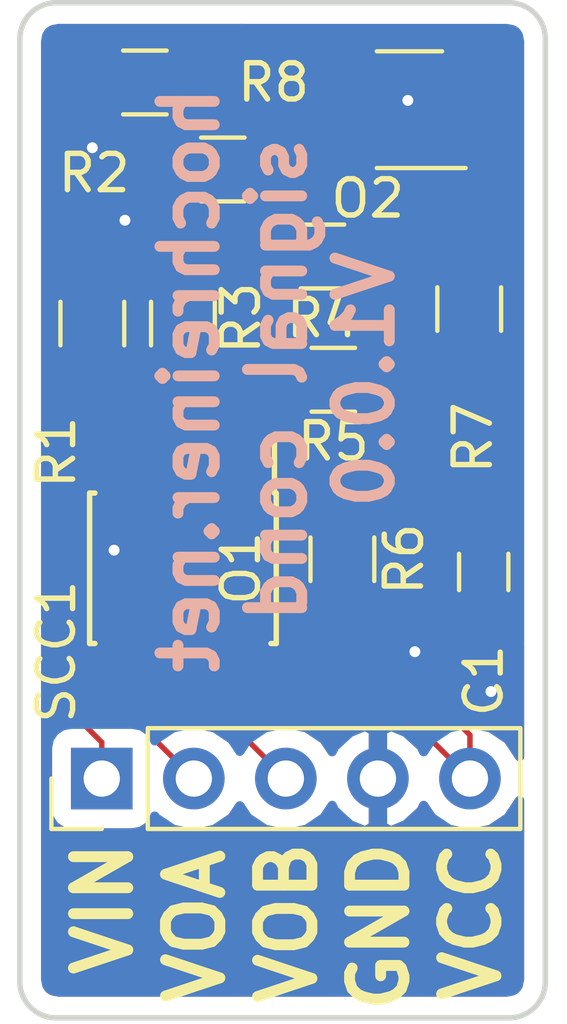
<source format=kicad_pcb>
(kicad_pcb (version 4) (host pcbnew 4.0.6)

  (general
    (links 26)
    (no_connects 0)
    (area 144.924999 97.625 164.066667 130.335714)
    (thickness 1.6)
    (drawings 14)
    (tracks 112)
    (zones 0)
    (modules 12)
    (nets 11)
  )

  (page A4)
  (layers
    (0 F.Cu signal)
    (31 B.Cu signal)
    (32 B.Adhes user hide)
    (33 F.Adhes user hide)
    (34 B.Paste user hide)
    (35 F.Paste user hide)
    (36 B.SilkS user)
    (37 F.SilkS user)
    (38 B.Mask user)
    (39 F.Mask user)
    (40 Dwgs.User user hide)
    (41 Cmts.User user hide)
    (42 Eco1.User user hide)
    (43 Eco2.User user hide)
    (44 Edge.Cuts user)
    (45 Margin user hide)
    (46 B.CrtYd user)
    (47 F.CrtYd user)
    (48 B.Fab user)
    (49 F.Fab user hide)
  )

  (setup
    (last_trace_width 0.15)
    (trace_clearance 0.15)
    (zone_clearance 0.508)
    (zone_45_only no)
    (trace_min 0.1)
    (segment_width 0.2)
    (edge_width 0.15)
    (via_size 0.6)
    (via_drill 0.3)
    (via_min_size 0.45)
    (via_min_drill 0.2)
    (uvia_size 0.3)
    (uvia_drill 0.1)
    (uvias_allowed no)
    (uvia_min_size 0.2)
    (uvia_min_drill 0.1)
    (pcb_text_width 0.3)
    (pcb_text_size 1.5 1.5)
    (mod_edge_width 0.15)
    (mod_text_size 1 1)
    (mod_text_width 0.15)
    (pad_size 1.524 1.524)
    (pad_drill 0.762)
    (pad_to_mask_clearance 0.2)
    (aux_axis_origin 0 0)
    (visible_elements FFFFFF7F)
    (pcbplotparams
      (layerselection 0x00030_80000001)
      (usegerberextensions false)
      (excludeedgelayer true)
      (linewidth 0.100000)
      (plotframeref false)
      (viasonmask false)
      (mode 1)
      (useauxorigin false)
      (hpglpennumber 1)
      (hpglpenspeed 20)
      (hpglpendiameter 15)
      (hpglpenoverlay 2)
      (psnegative false)
      (psa4output false)
      (plotreference true)
      (plotvalue true)
      (plotinvisibletext false)
      (padsonsilk false)
      (subtractmaskfromsilk false)
      (outputformat 1)
      (mirror false)
      (drillshape 1)
      (scaleselection 1)
      (outputdirectory ""))
  )

  (net 0 "")
  (net 1 "Net-(C1-Pad1)")
  (net 2 GND)
  (net 3 /VOUTA)
  (net 4 "Net-(O1-Pad2)")
  (net 5 "Net-(O1-Pad3)")
  (net 6 /VREF)
  (net 7 "Net-(O1-Pad6)")
  (net 8 /VOUTB)
  (net 9 VCC)
  (net 10 "Net-(R2-Pad2)")

  (net_class Default "This is the default net class."
    (clearance 0.15)
    (trace_width 0.15)
    (via_dia 0.6)
    (via_drill 0.3)
    (uvia_dia 0.3)
    (uvia_drill 0.1)
    (add_net /VOUTA)
    (add_net /VOUTB)
    (add_net /VREF)
    (add_net GND)
    (add_net "Net-(C1-Pad1)")
    (add_net "Net-(O1-Pad2)")
    (add_net "Net-(O1-Pad3)")
    (add_net "Net-(O1-Pad6)")
    (add_net "Net-(R2-Pad2)")
    (add_net VCC)
  )

  (module Resistors_SMD:R_0603_HandSoldering (layer F.Cu) (tedit 58AAD9E8) (tstamp 598C18E4)
    (at 157.8 114.2 270)
    (descr "Resistor SMD 0603, hand soldering")
    (tags "resistor 0603")
    (path /5985754F)
    (attr smd)
    (fp_text reference C1 (at 3 0 270) (layer F.SilkS)
      (effects (font (size 1 1) (thickness 0.15)))
    )
    (fp_text value 0.1µF (at 0 1.55 270) (layer F.Fab)
      (effects (font (size 1 1) (thickness 0.15)))
    )
    (fp_text user %R (at 0 -1.45 270) (layer F.Fab)
      (effects (font (size 1 1) (thickness 0.15)))
    )
    (fp_line (start -0.8 0.4) (end -0.8 -0.4) (layer F.Fab) (width 0.1))
    (fp_line (start 0.8 0.4) (end -0.8 0.4) (layer F.Fab) (width 0.1))
    (fp_line (start 0.8 -0.4) (end 0.8 0.4) (layer F.Fab) (width 0.1))
    (fp_line (start -0.8 -0.4) (end 0.8 -0.4) (layer F.Fab) (width 0.1))
    (fp_line (start 0.5 0.68) (end -0.5 0.68) (layer F.SilkS) (width 0.12))
    (fp_line (start -0.5 -0.68) (end 0.5 -0.68) (layer F.SilkS) (width 0.12))
    (fp_line (start -1.96 -0.7) (end 1.95 -0.7) (layer F.CrtYd) (width 0.05))
    (fp_line (start -1.96 -0.7) (end -1.96 0.7) (layer F.CrtYd) (width 0.05))
    (fp_line (start 1.95 0.7) (end 1.95 -0.7) (layer F.CrtYd) (width 0.05))
    (fp_line (start 1.95 0.7) (end -1.96 0.7) (layer F.CrtYd) (width 0.05))
    (pad 1 smd rect (at -1.1 0 270) (size 1.2 0.9) (layers F.Cu F.Paste F.Mask)
      (net 1 "Net-(C1-Pad1)"))
    (pad 2 smd rect (at 1.1 0 270) (size 1.2 0.9) (layers F.Cu F.Paste F.Mask)
      (net 2 GND))
    (model Resistors_SMD.3dshapes/R_0603.wrl
      (at (xyz 0 0 0))
      (scale (xyz 1 1 1))
      (rotate (xyz 0 0 0))
    )
  )

  (module Housings_SOIC:SOIC-8_3.9x4.9mm_Pitch1.27mm (layer F.Cu) (tedit 54130A77) (tstamp 598C1900)
    (at 149.5 114.1 270)
    (descr "8-Lead Plastic Small Outline (SN) - Narrow, 3.90 mm Body [SOIC] (see Microchip Packaging Specification 00000049BS.pdf)")
    (tags "SOIC 1.27")
    (path /59855773)
    (attr smd)
    (fp_text reference O1 (at 0 -1.6 270) (layer F.SilkS)
      (effects (font (size 1 1) (thickness 0.15)))
    )
    (fp_text value TI-OPA2301-SO-8 (at 0 3.5 270) (layer F.Fab)
      (effects (font (size 1 1) (thickness 0.15)))
    )
    (fp_line (start -0.95 -2.45) (end 1.95 -2.45) (layer F.Fab) (width 0.15))
    (fp_line (start 1.95 -2.45) (end 1.95 2.45) (layer F.Fab) (width 0.15))
    (fp_line (start 1.95 2.45) (end -1.95 2.45) (layer F.Fab) (width 0.15))
    (fp_line (start -1.95 2.45) (end -1.95 -1.45) (layer F.Fab) (width 0.15))
    (fp_line (start -1.95 -1.45) (end -0.95 -2.45) (layer F.Fab) (width 0.15))
    (fp_line (start -3.75 -2.75) (end -3.75 2.75) (layer F.CrtYd) (width 0.05))
    (fp_line (start 3.75 -2.75) (end 3.75 2.75) (layer F.CrtYd) (width 0.05))
    (fp_line (start -3.75 -2.75) (end 3.75 -2.75) (layer F.CrtYd) (width 0.05))
    (fp_line (start -3.75 2.75) (end 3.75 2.75) (layer F.CrtYd) (width 0.05))
    (fp_line (start -2.075 -2.575) (end -2.075 -2.525) (layer F.SilkS) (width 0.15))
    (fp_line (start 2.075 -2.575) (end 2.075 -2.43) (layer F.SilkS) (width 0.15))
    (fp_line (start 2.075 2.575) (end 2.075 2.43) (layer F.SilkS) (width 0.15))
    (fp_line (start -2.075 2.575) (end -2.075 2.43) (layer F.SilkS) (width 0.15))
    (fp_line (start -2.075 -2.575) (end 2.075 -2.575) (layer F.SilkS) (width 0.15))
    (fp_line (start -2.075 2.575) (end 2.075 2.575) (layer F.SilkS) (width 0.15))
    (fp_line (start -2.075 -2.525) (end -3.475 -2.525) (layer F.SilkS) (width 0.15))
    (pad 1 smd rect (at -2.7 -1.905 270) (size 1.55 0.6) (layers F.Cu F.Paste F.Mask)
      (net 3 /VOUTA))
    (pad 2 smd rect (at -2.7 -0.635 270) (size 1.55 0.6) (layers F.Cu F.Paste F.Mask)
      (net 4 "Net-(O1-Pad2)"))
    (pad 3 smd rect (at -2.7 0.635 270) (size 1.55 0.6) (layers F.Cu F.Paste F.Mask)
      (net 5 "Net-(O1-Pad3)"))
    (pad 4 smd rect (at -2.7 1.905 270) (size 1.55 0.6) (layers F.Cu F.Paste F.Mask)
      (net 2 GND))
    (pad 5 smd rect (at 2.7 1.905 270) (size 1.55 0.6) (layers F.Cu F.Paste F.Mask)
      (net 6 /VREF))
    (pad 6 smd rect (at 2.7 0.635 270) (size 1.55 0.6) (layers F.Cu F.Paste F.Mask)
      (net 7 "Net-(O1-Pad6)"))
    (pad 7 smd rect (at 2.7 -0.635 270) (size 1.55 0.6) (layers F.Cu F.Paste F.Mask)
      (net 8 /VOUTB))
    (pad 8 smd rect (at 2.7 -1.905 270) (size 1.55 0.6) (layers F.Cu F.Paste F.Mask)
      (net 9 VCC))
    (model Housings_SOIC.3dshapes/SOIC-8_3.9x4.9mm_Pitch1.27mm.wrl
      (at (xyz 0 0 0))
      (scale (xyz 1 1 1))
      (rotate (xyz 0 0 0))
    )
  )

  (module TO_SOT_Packages_SMD:SOT-23-5_HandSoldering (layer F.Cu) (tedit 583F3A3F) (tstamp 598C1914)
    (at 155.75 101.45 180)
    (descr "5-pin SOT23 package")
    (tags "SOT-23-5 hand-soldering")
    (path /5985726A)
    (attr smd)
    (fp_text reference O2 (at 1.15 -2.45 180) (layer F.SilkS)
      (effects (font (size 1 1) (thickness 0.15)))
    )
    (fp_text value TI-OPA335-SOT23-5 (at 0 2.9 180) (layer F.Fab)
      (effects (font (size 1 1) (thickness 0.15)))
    )
    (fp_line (start -0.9 1.61) (end 0.9 1.61) (layer F.SilkS) (width 0.12))
    (fp_line (start 0.9 -1.61) (end -1.55 -1.61) (layer F.SilkS) (width 0.12))
    (fp_line (start -0.9 -0.9) (end -0.25 -1.55) (layer F.Fab) (width 0.1))
    (fp_line (start 0.9 -1.55) (end -0.25 -1.55) (layer F.Fab) (width 0.1))
    (fp_line (start -0.9 -0.9) (end -0.9 1.55) (layer F.Fab) (width 0.1))
    (fp_line (start 0.9 1.55) (end -0.9 1.55) (layer F.Fab) (width 0.1))
    (fp_line (start 0.9 -1.55) (end 0.9 1.55) (layer F.Fab) (width 0.1))
    (fp_line (start -2.38 -1.8) (end 2.38 -1.8) (layer F.CrtYd) (width 0.05))
    (fp_line (start -2.38 -1.8) (end -2.38 1.8) (layer F.CrtYd) (width 0.05))
    (fp_line (start 2.38 1.8) (end 2.38 -1.8) (layer F.CrtYd) (width 0.05))
    (fp_line (start 2.38 1.8) (end -2.38 1.8) (layer F.CrtYd) (width 0.05))
    (pad 1 smd rect (at -1.35 -0.95 180) (size 1.56 0.65) (layers F.Cu F.Paste F.Mask)
      (net 6 /VREF))
    (pad 2 smd rect (at -1.35 0 180) (size 1.56 0.65) (layers F.Cu F.Paste F.Mask)
      (net 2 GND))
    (pad 3 smd rect (at -1.35 0.95 180) (size 1.56 0.65) (layers F.Cu F.Paste F.Mask)
      (net 1 "Net-(C1-Pad1)"))
    (pad 4 smd rect (at 1.35 0.95 180) (size 1.56 0.65) (layers F.Cu F.Paste F.Mask)
      (net 6 /VREF))
    (pad 5 smd rect (at 1.35 -0.95 180) (size 1.56 0.65) (layers F.Cu F.Paste F.Mask)
      (net 9 VCC))
    (model TO_SOT_Packages_SMD.3dshapes\SOT-23-5.wrl
      (at (xyz 0 0 0))
      (scale (xyz 1 1 1))
      (rotate (xyz 0 0 0))
    )
  )

  (module Resistors_SMD:R_0805_HandSoldering (layer F.Cu) (tedit 58AADA1D) (tstamp 598C1925)
    (at 147 107.35 90)
    (descr "Resistor SMD 0805, hand soldering")
    (tags "resistor 0805")
    (path /5985593A)
    (attr smd)
    (fp_text reference R1 (at -3.55 -1 90) (layer F.SilkS)
      (effects (font (size 1 1) (thickness 0.15)))
    )
    (fp_text value 20k (at 0 1.75 90) (layer F.Fab)
      (effects (font (size 1 1) (thickness 0.15)))
    )
    (fp_text user %R (at 0 -1.7 90) (layer F.Fab)
      (effects (font (size 1 1) (thickness 0.15)))
    )
    (fp_line (start -1 0.62) (end -1 -0.62) (layer F.Fab) (width 0.1))
    (fp_line (start 1 0.62) (end -1 0.62) (layer F.Fab) (width 0.1))
    (fp_line (start 1 -0.62) (end 1 0.62) (layer F.Fab) (width 0.1))
    (fp_line (start -1 -0.62) (end 1 -0.62) (layer F.Fab) (width 0.1))
    (fp_line (start 0.6 0.88) (end -0.6 0.88) (layer F.SilkS) (width 0.12))
    (fp_line (start -0.6 -0.88) (end 0.6 -0.88) (layer F.SilkS) (width 0.12))
    (fp_line (start -2.35 -0.9) (end 2.35 -0.9) (layer F.CrtYd) (width 0.05))
    (fp_line (start -2.35 -0.9) (end -2.35 0.9) (layer F.CrtYd) (width 0.05))
    (fp_line (start 2.35 0.9) (end 2.35 -0.9) (layer F.CrtYd) (width 0.05))
    (fp_line (start 2.35 0.9) (end -2.35 0.9) (layer F.CrtYd) (width 0.05))
    (pad 1 smd rect (at -1.35 0 90) (size 1.5 1.3) (layers F.Cu F.Paste F.Mask)
      (net 5 "Net-(O1-Pad3)"))
    (pad 2 smd rect (at 1.35 0 90) (size 1.5 1.3) (layers F.Cu F.Paste F.Mask)
      (net 2 GND))
    (model Resistors_SMD.3dshapes/R_0805.wrl
      (at (xyz 0 0 0))
      (scale (xyz 1 1 1))
      (rotate (xyz 0 0 0))
    )
  )

  (module Resistors_SMD:R_0805_HandSoldering (layer F.Cu) (tedit 58AADA1D) (tstamp 598C1936)
    (at 150.6 103.1 180)
    (descr "Resistor SMD 0805, hand soldering")
    (tags "resistor 0805")
    (path /59855841)
    (attr smd)
    (fp_text reference R2 (at 3.55 -0.1 180) (layer F.SilkS)
      (effects (font (size 1 1) (thickness 0.15)))
    )
    (fp_text value 20k (at 0 1.75 180) (layer F.Fab)
      (effects (font (size 1 1) (thickness 0.15)))
    )
    (fp_text user %R (at 0 -1.7 180) (layer F.Fab)
      (effects (font (size 1 1) (thickness 0.15)))
    )
    (fp_line (start -1 0.62) (end -1 -0.62) (layer F.Fab) (width 0.1))
    (fp_line (start 1 0.62) (end -1 0.62) (layer F.Fab) (width 0.1))
    (fp_line (start 1 -0.62) (end 1 0.62) (layer F.Fab) (width 0.1))
    (fp_line (start -1 -0.62) (end 1 -0.62) (layer F.Fab) (width 0.1))
    (fp_line (start 0.6 0.88) (end -0.6 0.88) (layer F.SilkS) (width 0.12))
    (fp_line (start -0.6 -0.88) (end 0.6 -0.88) (layer F.SilkS) (width 0.12))
    (fp_line (start -2.35 -0.9) (end 2.35 -0.9) (layer F.CrtYd) (width 0.05))
    (fp_line (start -2.35 -0.9) (end -2.35 0.9) (layer F.CrtYd) (width 0.05))
    (fp_line (start 2.35 0.9) (end 2.35 -0.9) (layer F.CrtYd) (width 0.05))
    (fp_line (start 2.35 0.9) (end -2.35 0.9) (layer F.CrtYd) (width 0.05))
    (pad 1 smd rect (at -1.35 0 180) (size 1.5 1.3) (layers F.Cu F.Paste F.Mask)
      (net 4 "Net-(O1-Pad2)"))
    (pad 2 smd rect (at 1.35 0 180) (size 1.5 1.3) (layers F.Cu F.Paste F.Mask)
      (net 10 "Net-(R2-Pad2)"))
    (model Resistors_SMD.3dshapes/R_0805.wrl
      (at (xyz 0 0 0))
      (scale (xyz 1 1 1))
      (rotate (xyz 0 0 0))
    )
  )

  (module Resistors_SMD:R_0805_HandSoldering (layer F.Cu) (tedit 58AADA1D) (tstamp 598C1947)
    (at 149.5 107.35 270)
    (descr "Resistor SMD 0805, hand soldering")
    (tags "resistor 0805")
    (path /5985595B)
    (attr smd)
    (fp_text reference R3 (at -0.15 -1.6 270) (layer F.SilkS)
      (effects (font (size 1 1) (thickness 0.15)))
    )
    (fp_text value 1k (at 0 1.75 270) (layer F.Fab)
      (effects (font (size 1 1) (thickness 0.15)))
    )
    (fp_text user %R (at 0 -1.7 270) (layer F.Fab)
      (effects (font (size 1 1) (thickness 0.15)))
    )
    (fp_line (start -1 0.62) (end -1 -0.62) (layer F.Fab) (width 0.1))
    (fp_line (start 1 0.62) (end -1 0.62) (layer F.Fab) (width 0.1))
    (fp_line (start 1 -0.62) (end 1 0.62) (layer F.Fab) (width 0.1))
    (fp_line (start -1 -0.62) (end 1 -0.62) (layer F.Fab) (width 0.1))
    (fp_line (start 0.6 0.88) (end -0.6 0.88) (layer F.SilkS) (width 0.12))
    (fp_line (start -0.6 -0.88) (end 0.6 -0.88) (layer F.SilkS) (width 0.12))
    (fp_line (start -2.35 -0.9) (end 2.35 -0.9) (layer F.CrtYd) (width 0.05))
    (fp_line (start -2.35 -0.9) (end -2.35 0.9) (layer F.CrtYd) (width 0.05))
    (fp_line (start 2.35 0.9) (end 2.35 -0.9) (layer F.CrtYd) (width 0.05))
    (fp_line (start 2.35 0.9) (end -2.35 0.9) (layer F.CrtYd) (width 0.05))
    (pad 1 smd rect (at -1.35 0 270) (size 1.5 1.3) (layers F.Cu F.Paste F.Mask)
      (net 5 "Net-(O1-Pad3)"))
    (pad 2 smd rect (at 1.35 0 270) (size 1.5 1.3) (layers F.Cu F.Paste F.Mask)
      (net 6 /VREF))
    (model Resistors_SMD.3dshapes/R_0805.wrl
      (at (xyz 0 0 0))
      (scale (xyz 1 1 1))
      (rotate (xyz 0 0 0))
    )
  )

  (module Resistors_SMD:R_0805_HandSoldering (layer F.Cu) (tedit 58AADA1D) (tstamp 598C1958)
    (at 153.35 105.5 180)
    (descr "Resistor SMD 0805, hand soldering")
    (tags "resistor 0805")
    (path /59855886)
    (attr smd)
    (fp_text reference R4 (at 0 -1.7 180) (layer F.SilkS)
      (effects (font (size 1 1) (thickness 0.15)))
    )
    (fp_text value 1k (at 0 1.75 180) (layer F.Fab)
      (effects (font (size 1 1) (thickness 0.15)))
    )
    (fp_text user %R (at 0 -1.7 180) (layer F.Fab)
      (effects (font (size 1 1) (thickness 0.15)))
    )
    (fp_line (start -1 0.62) (end -1 -0.62) (layer F.Fab) (width 0.1))
    (fp_line (start 1 0.62) (end -1 0.62) (layer F.Fab) (width 0.1))
    (fp_line (start 1 -0.62) (end 1 0.62) (layer F.Fab) (width 0.1))
    (fp_line (start -1 -0.62) (end 1 -0.62) (layer F.Fab) (width 0.1))
    (fp_line (start 0.6 0.88) (end -0.6 0.88) (layer F.SilkS) (width 0.12))
    (fp_line (start -0.6 -0.88) (end 0.6 -0.88) (layer F.SilkS) (width 0.12))
    (fp_line (start -2.35 -0.9) (end 2.35 -0.9) (layer F.CrtYd) (width 0.05))
    (fp_line (start -2.35 -0.9) (end -2.35 0.9) (layer F.CrtYd) (width 0.05))
    (fp_line (start 2.35 0.9) (end 2.35 -0.9) (layer F.CrtYd) (width 0.05))
    (fp_line (start 2.35 0.9) (end -2.35 0.9) (layer F.CrtYd) (width 0.05))
    (pad 1 smd rect (at -1.35 0 180) (size 1.5 1.3) (layers F.Cu F.Paste F.Mask)
      (net 3 /VOUTA))
    (pad 2 smd rect (at 1.35 0 180) (size 1.5 1.3) (layers F.Cu F.Paste F.Mask)
      (net 4 "Net-(O1-Pad2)"))
    (model Resistors_SMD.3dshapes/R_0805.wrl
      (at (xyz 0 0 0))
      (scale (xyz 1 1 1))
      (rotate (xyz 0 0 0))
    )
  )

  (module Resistors_SMD:R_0805_HandSoldering (layer F.Cu) (tedit 58AADA1D) (tstamp 598C1969)
    (at 153.65 108.9 180)
    (descr "Resistor SMD 0805, hand soldering")
    (tags "resistor 0805")
    (path /59855AEB)
    (attr smd)
    (fp_text reference R5 (at 0 -1.7 180) (layer F.SilkS)
      (effects (font (size 1 1) (thickness 0.15)))
    )
    (fp_text value 10k (at 0 1.75 180) (layer F.Fab)
      (effects (font (size 1 1) (thickness 0.15)))
    )
    (fp_text user %R (at 0 -1.7 180) (layer F.Fab)
      (effects (font (size 1 1) (thickness 0.15)))
    )
    (fp_line (start -1 0.62) (end -1 -0.62) (layer F.Fab) (width 0.1))
    (fp_line (start 1 0.62) (end -1 0.62) (layer F.Fab) (width 0.1))
    (fp_line (start 1 -0.62) (end 1 0.62) (layer F.Fab) (width 0.1))
    (fp_line (start -1 -0.62) (end 1 -0.62) (layer F.Fab) (width 0.1))
    (fp_line (start 0.6 0.88) (end -0.6 0.88) (layer F.SilkS) (width 0.12))
    (fp_line (start -0.6 -0.88) (end 0.6 -0.88) (layer F.SilkS) (width 0.12))
    (fp_line (start -2.35 -0.9) (end 2.35 -0.9) (layer F.CrtYd) (width 0.05))
    (fp_line (start -2.35 -0.9) (end -2.35 0.9) (layer F.CrtYd) (width 0.05))
    (fp_line (start 2.35 0.9) (end 2.35 -0.9) (layer F.CrtYd) (width 0.05))
    (fp_line (start 2.35 0.9) (end -2.35 0.9) (layer F.CrtYd) (width 0.05))
    (pad 1 smd rect (at -1.35 0 180) (size 1.5 1.3) (layers F.Cu F.Paste F.Mask)
      (net 7 "Net-(O1-Pad6)"))
    (pad 2 smd rect (at 1.35 0 180) (size 1.5 1.3) (layers F.Cu F.Paste F.Mask)
      (net 3 /VOUTA))
    (model Resistors_SMD.3dshapes/R_0805.wrl
      (at (xyz 0 0 0))
      (scale (xyz 1 1 1))
      (rotate (xyz 0 0 0))
    )
  )

  (module Resistors_SMD:R_0805_HandSoldering (layer F.Cu) (tedit 58AADA1D) (tstamp 598C197A)
    (at 153.9 113.85 270)
    (descr "Resistor SMD 0805, hand soldering")
    (tags "resistor 0805")
    (path /59855B0E)
    (attr smd)
    (fp_text reference R6 (at 0 -1.7 270) (layer F.SilkS)
      (effects (font (size 1 1) (thickness 0.15)))
    )
    (fp_text value 10k (at 0 1.75 270) (layer F.Fab)
      (effects (font (size 1 1) (thickness 0.15)))
    )
    (fp_text user %R (at 0 -1.7 270) (layer F.Fab)
      (effects (font (size 1 1) (thickness 0.15)))
    )
    (fp_line (start -1 0.62) (end -1 -0.62) (layer F.Fab) (width 0.1))
    (fp_line (start 1 0.62) (end -1 0.62) (layer F.Fab) (width 0.1))
    (fp_line (start 1 -0.62) (end 1 0.62) (layer F.Fab) (width 0.1))
    (fp_line (start -1 -0.62) (end 1 -0.62) (layer F.Fab) (width 0.1))
    (fp_line (start 0.6 0.88) (end -0.6 0.88) (layer F.SilkS) (width 0.12))
    (fp_line (start -0.6 -0.88) (end 0.6 -0.88) (layer F.SilkS) (width 0.12))
    (fp_line (start -2.35 -0.9) (end 2.35 -0.9) (layer F.CrtYd) (width 0.05))
    (fp_line (start -2.35 -0.9) (end -2.35 0.9) (layer F.CrtYd) (width 0.05))
    (fp_line (start 2.35 0.9) (end 2.35 -0.9) (layer F.CrtYd) (width 0.05))
    (fp_line (start 2.35 0.9) (end -2.35 0.9) (layer F.CrtYd) (width 0.05))
    (pad 1 smd rect (at -1.35 0 270) (size 1.5 1.3) (layers F.Cu F.Paste F.Mask)
      (net 7 "Net-(O1-Pad6)"))
    (pad 2 smd rect (at 1.35 0 270) (size 1.5 1.3) (layers F.Cu F.Paste F.Mask)
      (net 8 /VOUTB))
    (model Resistors_SMD.3dshapes/R_0805.wrl
      (at (xyz 0 0 0))
      (scale (xyz 1 1 1))
      (rotate (xyz 0 0 0))
    )
  )

  (module Resistors_SMD:R_0805_HandSoldering (layer F.Cu) (tedit 58AADA1D) (tstamp 598C198B)
    (at 157.4 106.95 90)
    (descr "Resistor SMD 0805, hand soldering")
    (tags "resistor 0805")
    (path /598572CB)
    (attr smd)
    (fp_text reference R7 (at -3.55 0.1 90) (layer F.SilkS)
      (effects (font (size 1 1) (thickness 0.15)))
    )
    (fp_text value 10k (at 0 1.75 90) (layer F.Fab)
      (effects (font (size 1 1) (thickness 0.15)))
    )
    (fp_text user %R (at 0 -1.7 90) (layer F.Fab)
      (effects (font (size 1 1) (thickness 0.15)))
    )
    (fp_line (start -1 0.62) (end -1 -0.62) (layer F.Fab) (width 0.1))
    (fp_line (start 1 0.62) (end -1 0.62) (layer F.Fab) (width 0.1))
    (fp_line (start 1 -0.62) (end 1 0.62) (layer F.Fab) (width 0.1))
    (fp_line (start -1 -0.62) (end 1 -0.62) (layer F.Fab) (width 0.1))
    (fp_line (start 0.6 0.88) (end -0.6 0.88) (layer F.SilkS) (width 0.12))
    (fp_line (start -0.6 -0.88) (end 0.6 -0.88) (layer F.SilkS) (width 0.12))
    (fp_line (start -2.35 -0.9) (end 2.35 -0.9) (layer F.CrtYd) (width 0.05))
    (fp_line (start -2.35 -0.9) (end -2.35 0.9) (layer F.CrtYd) (width 0.05))
    (fp_line (start 2.35 0.9) (end 2.35 -0.9) (layer F.CrtYd) (width 0.05))
    (fp_line (start 2.35 0.9) (end -2.35 0.9) (layer F.CrtYd) (width 0.05))
    (pad 1 smd rect (at -1.35 0 90) (size 1.5 1.3) (layers F.Cu F.Paste F.Mask)
      (net 9 VCC))
    (pad 2 smd rect (at 1.35 0 90) (size 1.5 1.3) (layers F.Cu F.Paste F.Mask)
      (net 1 "Net-(C1-Pad1)"))
    (model Resistors_SMD.3dshapes/R_0805.wrl
      (at (xyz 0 0 0))
      (scale (xyz 1 1 1))
      (rotate (xyz 0 0 0))
    )
  )

  (module Resistors_SMD:R_0805_HandSoldering (layer F.Cu) (tedit 58AADA1D) (tstamp 598C199C)
    (at 148.45 100.7 180)
    (descr "Resistor SMD 0805, hand soldering")
    (tags "resistor 0805")
    (path /5985730A)
    (attr smd)
    (fp_text reference R8 (at -3.55 0 180) (layer F.SilkS)
      (effects (font (size 1 1) (thickness 0.15)))
    )
    (fp_text value 10k (at 0 1.75 180) (layer F.Fab)
      (effects (font (size 1 1) (thickness 0.15)))
    )
    (fp_text user %R (at 0 -1.7 180) (layer F.Fab)
      (effects (font (size 1 1) (thickness 0.15)))
    )
    (fp_line (start -1 0.62) (end -1 -0.62) (layer F.Fab) (width 0.1))
    (fp_line (start 1 0.62) (end -1 0.62) (layer F.Fab) (width 0.1))
    (fp_line (start 1 -0.62) (end 1 0.62) (layer F.Fab) (width 0.1))
    (fp_line (start -1 -0.62) (end 1 -0.62) (layer F.Fab) (width 0.1))
    (fp_line (start 0.6 0.88) (end -0.6 0.88) (layer F.SilkS) (width 0.12))
    (fp_line (start -0.6 -0.88) (end 0.6 -0.88) (layer F.SilkS) (width 0.12))
    (fp_line (start -2.35 -0.9) (end 2.35 -0.9) (layer F.CrtYd) (width 0.05))
    (fp_line (start -2.35 -0.9) (end -2.35 0.9) (layer F.CrtYd) (width 0.05))
    (fp_line (start 2.35 0.9) (end 2.35 -0.9) (layer F.CrtYd) (width 0.05))
    (fp_line (start 2.35 0.9) (end -2.35 0.9) (layer F.CrtYd) (width 0.05))
    (pad 1 smd rect (at -1.35 0 180) (size 1.5 1.3) (layers F.Cu F.Paste F.Mask)
      (net 1 "Net-(C1-Pad1)"))
    (pad 2 smd rect (at 1.35 0 180) (size 1.5 1.3) (layers F.Cu F.Paste F.Mask)
      (net 2 GND))
    (model Resistors_SMD.3dshapes/R_0805.wrl
      (at (xyz 0 0 0))
      (scale (xyz 1 1 1))
      (rotate (xyz 0 0 0))
    )
  )

  (module Pin_Headers:Pin_Header_Straight_1x05_Pitch2.54mm (layer F.Cu) (tedit 5862ED52) (tstamp 598C19B3)
    (at 147.26 119.9 90)
    (descr "Through hole straight pin header, 1x05, 2.54mm pitch, single row")
    (tags "Through hole pin header THT 1x05 2.54mm single row")
    (path /5985D83A)
    (fp_text reference SCC1 (at 3.5 -1.26 90) (layer F.SilkS)
      (effects (font (size 1 1) (thickness 0.15)))
    )
    (fp_text value SIGNAL-COND-CONNECTOR (at 0 12.55 90) (layer F.Fab)
      (effects (font (size 1 1) (thickness 0.15)))
    )
    (fp_line (start -1.27 -1.27) (end -1.27 11.43) (layer F.Fab) (width 0.1))
    (fp_line (start -1.27 11.43) (end 1.27 11.43) (layer F.Fab) (width 0.1))
    (fp_line (start 1.27 11.43) (end 1.27 -1.27) (layer F.Fab) (width 0.1))
    (fp_line (start 1.27 -1.27) (end -1.27 -1.27) (layer F.Fab) (width 0.1))
    (fp_line (start -1.39 1.27) (end -1.39 11.55) (layer F.SilkS) (width 0.12))
    (fp_line (start -1.39 11.55) (end 1.39 11.55) (layer F.SilkS) (width 0.12))
    (fp_line (start 1.39 11.55) (end 1.39 1.27) (layer F.SilkS) (width 0.12))
    (fp_line (start 1.39 1.27) (end -1.39 1.27) (layer F.SilkS) (width 0.12))
    (fp_line (start -1.39 0) (end -1.39 -1.39) (layer F.SilkS) (width 0.12))
    (fp_line (start -1.39 -1.39) (end 0 -1.39) (layer F.SilkS) (width 0.12))
    (fp_line (start -1.6 -1.6) (end -1.6 11.7) (layer F.CrtYd) (width 0.05))
    (fp_line (start -1.6 11.7) (end 1.6 11.7) (layer F.CrtYd) (width 0.05))
    (fp_line (start 1.6 11.7) (end 1.6 -1.6) (layer F.CrtYd) (width 0.05))
    (fp_line (start 1.6 -1.6) (end -1.6 -1.6) (layer F.CrtYd) (width 0.05))
    (pad 1 thru_hole rect (at 0 0 90) (size 1.7 1.7) (drill 1) (layers *.Cu *.Mask)
      (net 10 "Net-(R2-Pad2)"))
    (pad 2 thru_hole oval (at 0 2.54 90) (size 1.7 1.7) (drill 1) (layers *.Cu *.Mask)
      (net 3 /VOUTA))
    (pad 3 thru_hole oval (at 0 5.08 90) (size 1.7 1.7) (drill 1) (layers *.Cu *.Mask)
      (net 8 /VOUTB))
    (pad 4 thru_hole oval (at 0 7.62 90) (size 1.7 1.7) (drill 1) (layers *.Cu *.Mask)
      (net 2 GND))
    (pad 5 thru_hole oval (at 0 10.16 90) (size 1.7 1.7) (drill 1) (layers *.Cu *.Mask)
      (net 9 VCC))
    (model Pin_Headers.3dshapes/Pin_Header_Straight_1x05_Pitch2.54mm.wrl
      (at (xyz 0 -0.2 0))
      (scale (xyz 1 1 1))
      (rotate (xyz 0 0 90))
    )
  )

  (gr_text "hochreiner.net\nsignal cond\nV1.0.0" (at 152.1 108.9 90) (layer B.SilkS)
    (effects (font (size 1.5 1.5) (thickness 0.3)) (justify mirror))
  )
  (gr_arc (start 146 125.5) (end 146 126.5) (angle 90) (layer Edge.Cuts) (width 0.15))
  (gr_arc (start 158.5 125.5) (end 159.5 125.5) (angle 90) (layer Edge.Cuts) (width 0.15))
  (gr_arc (start 146 99.5) (end 145 99.5) (angle 90) (layer Edge.Cuts) (width 0.15))
  (gr_arc (start 158.5 99.5) (end 158.5 98.5) (angle 90) (layer Edge.Cuts) (width 0.15))
  (gr_line (start 145 125.5) (end 145 99.5) (layer Edge.Cuts) (width 0.15))
  (gr_line (start 158.5 126.5) (end 146 126.5) (layer Edge.Cuts) (width 0.15))
  (gr_line (start 159.5 99.5) (end 159.5 125.5) (layer Edge.Cuts) (width 0.15))
  (gr_line (start 146 98.5) (end 158.5 98.5) (layer Edge.Cuts) (width 0.15))
  (gr_text VCC (at 157.46 121.5 90) (layer F.SilkS)
    (effects (font (size 1.5 1.5) (thickness 0.3)) (justify right))
  )
  (gr_text GND (at 154.92 121.5 90) (layer F.SilkS)
    (effects (font (size 1.5 1.5) (thickness 0.3)) (justify right))
  )
  (gr_text VOB (at 152.38 121.5 90) (layer F.SilkS)
    (effects (font (size 1.5 1.5) (thickness 0.3)) (justify right))
  )
  (gr_text VOA (at 149.84 121.7 90) (layer F.SilkS)
    (effects (font (size 1.5 1.5) (thickness 0.3)) (justify right))
  )
  (gr_text VIN (at 147.3 121.5 90) (layer F.SilkS)
    (effects (font (size 1.5 1.5) (thickness 0.3)) (justify right))
  )

  (segment (start 151.95 99.45) (end 155.12 99.45) (width 0.15) (layer F.Cu) (net 1))
  (segment (start 155.12 99.45) (end 156.17 100.5) (width 0.15) (layer F.Cu) (net 1))
  (segment (start 156.17 100.5) (end 157.1 100.5) (width 0.15) (layer F.Cu) (net 1))
  (segment (start 149.8 100.7) (end 150.7 100.7) (width 0.15) (layer F.Cu) (net 1))
  (segment (start 150.7 100.7) (end 151.95 99.45) (width 0.15) (layer F.Cu) (net 1))
  (segment (start 158.55 100.75) (end 158.3 100.5) (width 0.15) (layer F.Cu) (net 1))
  (segment (start 158.3 100.5) (end 157.1 100.5) (width 0.15) (layer F.Cu) (net 1))
  (segment (start 158.55 103.55) (end 158.55 100.75) (width 0.15) (layer F.Cu) (net 1))
  (segment (start 157.4 105.6) (end 157.4 104.7) (width 0.15) (layer F.Cu) (net 1))
  (segment (start 157.4 104.7) (end 158.55 103.55) (width 0.15) (layer F.Cu) (net 1))
  (segment (start 157.8 113.1) (end 157.8 112.95) (width 0.15) (layer F.Cu) (net 1))
  (segment (start 157.8 112.95) (end 158.65 112.1) (width 0.15) (layer F.Cu) (net 1))
  (segment (start 158.65 112.1) (end 158.65 106.95) (width 0.15) (layer F.Cu) (net 1))
  (segment (start 158.65 106.95) (end 157.4 105.7) (width 0.15) (layer F.Cu) (net 1))
  (segment (start 157.4 105.7) (end 157.4 105.6) (width 0.15) (layer F.Cu) (net 1))
  (segment (start 157.1 100.5) (end 157.660002 100.5) (width 0.15) (layer F.Cu) (net 1))
  (segment (start 157.4 105.5) (end 157.4 105.6) (width 0.15) (layer F.Cu) (net 1))
  (segment (start 157.1 100.5) (end 156.645 100.5) (width 0.15) (layer F.Cu) (net 1))
  (segment (start 149.9 100.7) (end 149.8 100.7) (width 0.15) (layer F.Cu) (net 1))
  (segment (start 157.8 115.3) (end 157.8 117.3) (width 0.15) (layer F.Cu) (net 2))
  (segment (start 157.8 117.3) (end 158 117.5) (width 0.15) (layer F.Cu) (net 2))
  (via (at 158 117.5) (size 0.6) (drill 0.3) (layers F.Cu B.Cu) (net 2))
  (segment (start 147.1 100.7) (end 147.1 102.4) (width 0.15) (layer F.Cu) (net 2))
  (via (at 147 102.5) (size 0.6) (drill 0.3) (layers F.Cu B.Cu) (net 2))
  (segment (start 147.1 102.4) (end 147 102.5) (width 0.15) (layer F.Cu) (net 2))
  (segment (start 157.1 101.45) (end 155.962464 101.45) (width 0.15) (layer F.Cu) (net 2))
  (segment (start 155.962464 101.45) (end 155.706232 101.193768) (width 0.15) (layer F.Cu) (net 2))
  (via (at 155.706232 101.193768) (size 0.6) (drill 0.3) (layers F.Cu B.Cu) (net 2))
  (segment (start 154.88 119.9) (end 154.88 117.42) (width 0.15) (layer B.Cu) (net 2))
  (segment (start 154.88 117.42) (end 155.9 116.4) (width 0.15) (layer B.Cu) (net 2))
  (via (at 155.9 116.4) (size 0.6) (drill 0.3) (layers F.Cu B.Cu) (net 2))
  (segment (start 147.595 111.4) (end 147.595 113.595) (width 0.15) (layer F.Cu) (net 2))
  (segment (start 147.595 113.595) (end 147.6 113.6) (width 0.15) (layer F.Cu) (net 2))
  (via (at 147.6 113.6) (size 0.6) (drill 0.3) (layers F.Cu B.Cu) (net 2))
  (segment (start 147 106) (end 147 105.9) (width 0.15) (layer F.Cu) (net 2))
  (segment (start 147 105.9) (end 147.9 105) (width 0.15) (layer F.Cu) (net 2))
  (segment (start 147.9 105) (end 147.9 104.5) (width 0.15) (layer F.Cu) (net 2))
  (via (at 147.9 104.5) (size 0.6) (drill 0.3) (layers F.Cu B.Cu) (net 2))
  (segment (start 148.25 115.75) (end 148.25 118.35) (width 0.15) (layer F.Cu) (net 3))
  (segment (start 148.25 118.35) (end 149.8 119.9) (width 0.15) (layer F.Cu) (net 3))
  (segment (start 151.405 112.595) (end 148.25 115.75) (width 0.15) (layer F.Cu) (net 3))
  (segment (start 151.405 111.4) (end 151.405 112.595) (width 0.15) (layer F.Cu) (net 3))
  (segment (start 152.3 108.9) (end 152.3 107.8) (width 0.15) (layer F.Cu) (net 3))
  (segment (start 154.6 105.5) (end 154.7 105.5) (width 0.15) (layer F.Cu) (net 3))
  (segment (start 152.3 107.8) (end 154.6 105.5) (width 0.15) (layer F.Cu) (net 3))
  (segment (start 152.3 108.9) (end 152.3 110.955) (width 0.15) (layer F.Cu) (net 3))
  (segment (start 152.3 110.955) (end 151.855 111.4) (width 0.15) (layer F.Cu) (net 3))
  (segment (start 151.855 111.4) (end 151.405 111.4) (width 0.15) (layer F.Cu) (net 3))
  (segment (start 152 108.9) (end 152.1 108.9) (width 0.1) (layer F.Cu) (net 3))
  (segment (start 151.95 103.1) (end 151.95 105.45) (width 0.15) (layer F.Cu) (net 4))
  (segment (start 151.95 105.45) (end 152 105.5) (width 0.15) (layer F.Cu) (net 4))
  (segment (start 152 105.5) (end 152 106.3) (width 0.15) (layer F.Cu) (net 4))
  (segment (start 150.585 107.715) (end 150.585 110.475) (width 0.15) (layer F.Cu) (net 4))
  (segment (start 152 106.3) (end 150.585 107.715) (width 0.15) (layer F.Cu) (net 4))
  (segment (start 150.585 110.475) (end 150.135 110.925) (width 0.15) (layer F.Cu) (net 4))
  (segment (start 150.135 110.925) (end 150.135 111.4) (width 0.15) (layer F.Cu) (net 4))
  (segment (start 152 105.3) (end 152 105.5) (width 0.15) (layer F.Cu) (net 4))
  (segment (start 147 108.7) (end 147 108.6) (width 0.15) (layer F.Cu) (net 5))
  (segment (start 147 108.6) (end 149.5 106.1) (width 0.15) (layer F.Cu) (net 5))
  (segment (start 149.5 106.1) (end 149.5 106) (width 0.15) (layer F.Cu) (net 5))
  (segment (start 147 108.7) (end 147 109.06) (width 0.15) (layer F.Cu) (net 5))
  (segment (start 147 109.06) (end 148.865 110.925) (width 0.15) (layer F.Cu) (net 5))
  (segment (start 148.865 110.925) (end 148.865 111.4) (width 0.15) (layer F.Cu) (net 5))
  (segment (start 147.5 108.7) (end 147.5 108.1) (width 0.1) (layer F.Cu) (net 5))
  (segment (start 147.5 108.8) (end 147.5 108.7) (width 0.1) (layer F.Cu) (net 5))
  (segment (start 149.5 108.7) (end 149.5 107.8) (width 0.15) (layer F.Cu) (net 6))
  (segment (start 149.5 107.8) (end 150 107.3) (width 0.15) (layer F.Cu) (net 6))
  (segment (start 152.35 100.5) (end 154.4 100.5) (width 0.15) (layer F.Cu) (net 6))
  (segment (start 150 107.3) (end 150.3 107.3) (width 0.15) (layer F.Cu) (net 6))
  (segment (start 150.3 107.3) (end 150.65 106.95) (width 0.15) (layer F.Cu) (net 6))
  (segment (start 150.65 106.95) (end 150.65 102.2) (width 0.15) (layer F.Cu) (net 6))
  (segment (start 150.65 102.2) (end 152.35 100.5) (width 0.15) (layer F.Cu) (net 6))
  (segment (start 157.1 102.4) (end 156.17 102.4) (width 0.15) (layer F.Cu) (net 6))
  (segment (start 156.17 102.4) (end 154.4 100.63) (width 0.15) (layer F.Cu) (net 6))
  (segment (start 154.4 100.63) (end 154.4 100.5) (width 0.15) (layer F.Cu) (net 6))
  (segment (start 149.5 108.7) (end 149.5 113.791078) (width 0.15) (layer F.Cu) (net 6))
  (segment (start 149.5 113.791078) (end 147.595 115.696078) (width 0.15) (layer F.Cu) (net 6))
  (segment (start 147.595 115.696078) (end 147.595 115.875) (width 0.15) (layer F.Cu) (net 6))
  (segment (start 147.595 115.875) (end 147.595 116.8) (width 0.15) (layer F.Cu) (net 6))
  (segment (start 147.595 116.325) (end 147.595 116.8) (width 0.1) (layer F.Cu) (net 6))
  (segment (start 153.9 112.5) (end 152.69 112.5) (width 0.15) (layer F.Cu) (net 7))
  (segment (start 152.69 112.5) (end 148.865 116.325) (width 0.15) (layer F.Cu) (net 7))
  (segment (start 148.865 116.325) (end 148.865 116.8) (width 0.15) (layer F.Cu) (net 7))
  (segment (start 155 108.9) (end 155 112.2) (width 0.15) (layer F.Cu) (net 7))
  (segment (start 155 112.2) (end 154.7 112.5) (width 0.15) (layer F.Cu) (net 7))
  (segment (start 154.7 112.5) (end 153.9 112.5) (width 0.15) (layer F.Cu) (net 7))
  (segment (start 150.135 116.8) (end 150.135 115.875) (width 0.15) (layer F.Cu) (net 8))
  (segment (start 150.81 115.2) (end 153.1 115.2) (width 0.15) (layer F.Cu) (net 8))
  (segment (start 150.135 115.875) (end 150.81 115.2) (width 0.15) (layer F.Cu) (net 8))
  (segment (start 153.1 115.2) (end 153.9 115.2) (width 0.15) (layer F.Cu) (net 8))
  (segment (start 150.135 116.8) (end 150.135 117.695) (width 0.15) (layer F.Cu) (net 8))
  (segment (start 151.490001 119.050001) (end 152.34 119.9) (width 0.15) (layer F.Cu) (net 8))
  (segment (start 150.135 117.695) (end 151.490001 119.050001) (width 0.15) (layer F.Cu) (net 8))
  (segment (start 150.135 116.8) (end 150.135 116.325) (width 0.1) (layer F.Cu) (net 8))
  (segment (start 155.975 106.875) (end 157.4 108.3) (width 0.15) (layer F.Cu) (net 9))
  (segment (start 155.975 104.45) (end 155.975 106.875) (width 0.15) (layer F.Cu) (net 9))
  (segment (start 154.4 102.4) (end 154.4 102.875) (width 0.15) (layer F.Cu) (net 9))
  (segment (start 154.4 102.875) (end 155.975 104.45) (width 0.15) (layer F.Cu) (net 9))
  (segment (start 157.4 108.3) (end 157.4 108.2) (width 0.15) (layer F.Cu) (net 9))
  (segment (start 157.4 108.3) (end 157.4 111.644998) (width 0.15) (layer F.Cu) (net 9))
  (segment (start 157.4 111.644998) (end 156.724999 112.319999) (width 0.15) (layer F.Cu) (net 9))
  (segment (start 156.724999 112.319999) (end 156.724999 118.002918) (width 0.15) (layer F.Cu) (net 9))
  (segment (start 156.724999 118.002918) (end 157.42 118.697919) (width 0.15) (layer F.Cu) (net 9))
  (segment (start 157.42 118.697919) (end 157.42 119.9) (width 0.15) (layer F.Cu) (net 9))
  (segment (start 151.405 116.8) (end 154.32 116.8) (width 0.15) (layer F.Cu) (net 9))
  (segment (start 154.32 116.8) (end 157.42 119.9) (width 0.15) (layer F.Cu) (net 9))
  (segment (start 151.405 116.8) (end 151.405 117.275) (width 0.1) (layer F.Cu) (net 9))
  (segment (start 149.25 103.1) (end 147.7 103.1) (width 0.15) (layer F.Cu) (net 10))
  (segment (start 147.7 103.1) (end 146 104.8) (width 0.15) (layer F.Cu) (net 10))
  (segment (start 146 104.8) (end 146 117.64) (width 0.15) (layer F.Cu) (net 10))
  (segment (start 147.26 118.9) (end 147.26 119.9) (width 0.15) (layer F.Cu) (net 10))
  (segment (start 146 117.64) (end 147.26 118.9) (width 0.15) (layer F.Cu) (net 10))

  (zone (net 2) (net_name GND) (layer F.Cu) (tstamp 0) (hatch edge 0.508)
    (connect_pads (clearance 0.508))
    (min_thickness 0.254)
    (fill yes (arc_segments 16) (thermal_gap 0.508) (thermal_bridge_width 0.508))
    (polygon
      (pts
        (xy 145 126.5) (xy 159.5 126.5) (xy 159.5 98.5) (xy 145 98.5)
      )
    )
    (filled_polygon
      (pts
        (xy 155.065094 118.549186) (xy 155.007 118.579845) (xy 155.007 119.773) (xy 155.027 119.773) (xy 155.027 120.027)
        (xy 155.007 120.027) (xy 155.007 121.220155) (xy 155.23689 121.341476) (xy 155.646924 121.171645) (xy 156.075183 120.781358)
        (xy 156.142298 120.638447) (xy 156.369946 120.979147) (xy 156.851715 121.301054) (xy 157.42 121.414093) (xy 157.988285 121.301054)
        (xy 158.470054 120.979147) (xy 158.79 120.500313) (xy 158.79 125.43007) (xy 158.755074 125.605655) (xy 158.695225 125.695226)
        (xy 158.605655 125.755074) (xy 158.43007 125.79) (xy 146.06993 125.79) (xy 145.894345 125.755074) (xy 145.804774 125.695225)
        (xy 145.744926 125.605655) (xy 145.71 125.43007) (xy 145.71 118.354092) (xy 145.951764 118.595856) (xy 145.813569 118.79811)
        (xy 145.76256 119.05) (xy 145.76256 120.75) (xy 145.806838 120.985317) (xy 145.94591 121.201441) (xy 146.15811 121.346431)
        (xy 146.41 121.39744) (xy 148.11 121.39744) (xy 148.345317 121.353162) (xy 148.561441 121.21409) (xy 148.706431 121.00189)
        (xy 148.720086 120.934459) (xy 148.749946 120.979147) (xy 149.231715 121.301054) (xy 149.8 121.414093) (xy 150.368285 121.301054)
        (xy 150.850054 120.979147) (xy 151.07 120.649974) (xy 151.289946 120.979147) (xy 151.771715 121.301054) (xy 152.34 121.414093)
        (xy 152.908285 121.301054) (xy 153.390054 120.979147) (xy 153.617702 120.638447) (xy 153.684817 120.781358) (xy 154.113076 121.171645)
        (xy 154.52311 121.341476) (xy 154.753 121.220155) (xy 154.753 120.027) (xy 154.733 120.027) (xy 154.733 119.773)
        (xy 154.753 119.773) (xy 154.753 118.579845) (xy 154.52311 118.458524) (xy 154.113076 118.628355) (xy 153.684817 119.018642)
        (xy 153.617702 119.161553) (xy 153.390054 118.820853) (xy 152.908285 118.498946) (xy 152.34 118.385907) (xy 151.914614 118.470522)
        (xy 151.666532 118.22244) (xy 151.705 118.22244) (xy 151.940317 118.178162) (xy 152.156441 118.03909) (xy 152.301431 117.82689)
        (xy 152.35244 117.575) (xy 152.35244 117.51) (xy 154.025908 117.51)
      )
    )
    (filled_polygon
      (pts
        (xy 157.927 115.173) (xy 157.947 115.173) (xy 157.947 115.427) (xy 157.927 115.427) (xy 157.927 116.37625)
        (xy 158.08575 116.535) (xy 158.37631 116.535) (xy 158.609699 116.438327) (xy 158.788327 116.259698) (xy 158.79 116.255659)
        (xy 158.79 119.299687) (xy 158.470054 118.820853) (xy 158.106077 118.577652) (xy 158.075954 118.426214) (xy 157.922046 118.195873)
        (xy 157.434999 117.708826) (xy 157.434999 116.535) (xy 157.51425 116.535) (xy 157.673 116.37625) (xy 157.673 115.427)
        (xy 157.653 115.427) (xy 157.653 115.173) (xy 157.673 115.173) (xy 157.673 115.153) (xy 157.927 115.153)
      )
    )
    (filled_polygon
      (pts
        (xy 156.49811 109.646431) (xy 156.69 109.68529) (xy 156.69 111.350906) (xy 156.222953 111.817953) (xy 156.069045 112.048294)
        (xy 156.014999 112.319999) (xy 156.014999 117.490907) (xy 154.96295 116.438858) (xy 155.001441 116.41409) (xy 155.146431 116.20189)
        (xy 155.19744 115.95) (xy 155.19744 114.45) (xy 155.153162 114.214683) (xy 155.01409 113.998559) (xy 154.80189 113.853569)
        (xy 154.788803 113.850919) (xy 155.001441 113.71409) (xy 155.146431 113.50189) (xy 155.19744 113.25) (xy 155.19744 113.005124)
        (xy 155.202046 113.002046) (xy 155.502046 112.702046) (xy 155.655954 112.471705) (xy 155.71 112.2) (xy 155.71 110.19744)
        (xy 155.75 110.19744) (xy 155.985317 110.153162) (xy 156.201441 110.01409) (xy 156.346431 109.80189) (xy 156.392522 109.574286)
      )
    )
    (filled_polygon
      (pts
        (xy 147.722 111.273) (xy 147.742 111.273) (xy 147.742 111.527) (xy 147.722 111.527) (xy 147.722 112.65125)
        (xy 147.88075 112.81) (xy 148.02131 112.81) (xy 148.238122 112.720194) (xy 148.31311 112.771431) (xy 148.565 112.82244)
        (xy 148.79 112.82244) (xy 148.79 113.496986) (xy 147.092954 115.194032) (xy 146.939046 115.424373) (xy 146.921916 115.510488)
        (xy 146.843559 115.56091) (xy 146.71 115.75638) (xy 146.71 112.42202) (xy 146.756673 112.534698) (xy 146.935301 112.713327)
        (xy 147.16869 112.81) (xy 147.30925 112.81) (xy 147.468 112.65125) (xy 147.468 111.527) (xy 147.448 111.527)
        (xy 147.448 111.273) (xy 147.468 111.273) (xy 147.468 111.253) (xy 147.722 111.253)
      )
    )
    (filled_polygon
      (pts
        (xy 147.127 105.873) (xy 147.147 105.873) (xy 147.147 106.127) (xy 147.127 106.127) (xy 147.127 106.147)
        (xy 146.873 106.147) (xy 146.873 106.127) (xy 146.853 106.127) (xy 146.853 105.873) (xy 146.873 105.873)
        (xy 146.873 105.853) (xy 147.127 105.853)
      )
    )
    (filled_polygon
      (pts
        (xy 147.896838 103.985317) (xy 148.03591 104.201441) (xy 148.24811 104.346431) (xy 148.5 104.39744) (xy 149.94 104.39744)
        (xy 149.94 104.60256) (xy 148.85 104.60256) (xy 148.614683 104.646838) (xy 148.398559 104.78591) (xy 148.253569 104.99811)
        (xy 148.246809 105.031491) (xy 148.188327 104.890302) (xy 148.009699 104.711673) (xy 147.77631 104.615) (xy 147.28575 104.615)
        (xy 147.127002 104.773748) (xy 147.127002 104.67709) (xy 147.884476 103.919616)
      )
    )
    (filled_polygon
      (pts
        (xy 150.885328 99.51058) (xy 150.80189 99.453569) (xy 150.55 99.40256) (xy 149.05 99.40256) (xy 148.814683 99.446838)
        (xy 148.598559 99.58591) (xy 148.453569 99.79811) (xy 148.446809 99.83149) (xy 148.388327 99.690301) (xy 148.209698 99.511673)
        (xy 147.976309 99.415) (xy 147.38575 99.415) (xy 147.227 99.57375) (xy 147.227 100.573) (xy 147.247 100.573)
        (xy 147.247 100.827) (xy 147.227 100.827) (xy 147.227 101.82625) (xy 147.38575 101.985) (xy 147.976309 101.985)
        (xy 148.183061 101.899361) (xy 148.048559 101.98591) (xy 147.903569 102.19811) (xy 147.86471 102.39) (xy 147.7 102.39)
        (xy 147.428295 102.444046) (xy 147.197954 102.597954) (xy 145.71 104.085908) (xy 145.71 100.98575) (xy 145.715 100.98575)
        (xy 145.715 101.47631) (xy 145.811673 101.709699) (xy 145.990302 101.888327) (xy 146.223691 101.985) (xy 146.81425 101.985)
        (xy 146.973 101.82625) (xy 146.973 100.827) (xy 145.87375 100.827) (xy 145.715 100.98575) (xy 145.71 100.98575)
        (xy 145.71 99.92369) (xy 145.715 99.92369) (xy 145.715 100.41425) (xy 145.87375 100.573) (xy 146.973 100.573)
        (xy 146.973 99.57375) (xy 146.81425 99.415) (xy 146.223691 99.415) (xy 145.990302 99.511673) (xy 145.811673 99.690301)
        (xy 145.715 99.92369) (xy 145.71 99.92369) (xy 145.71 99.56993) (xy 145.744926 99.394345) (xy 145.804774 99.304775)
        (xy 145.894345 99.244926) (xy 146.06993 99.21) (xy 151.185908 99.21)
      )
    )
  )
  (zone (net 2) (net_name GND) (layer B.Cu) (tstamp 598C1DC7) (hatch edge 0.508)
    (connect_pads (clearance 0.508))
    (min_thickness 0.254)
    (fill yes (arc_segments 16) (thermal_gap 0.508) (thermal_bridge_width 0.508))
    (polygon
      (pts
        (xy 145 98.5) (xy 159.5 98.5) (xy 159.5 126.5) (xy 145 126.5)
      )
    )
    (filled_polygon
      (pts
        (xy 158.605655 99.244926) (xy 158.695225 99.304774) (xy 158.755074 99.394345) (xy 158.79 99.56993) (xy 158.79 119.299687)
        (xy 158.470054 118.820853) (xy 157.988285 118.498946) (xy 157.42 118.385907) (xy 156.851715 118.498946) (xy 156.369946 118.820853)
        (xy 156.142298 119.161553) (xy 156.075183 119.018642) (xy 155.646924 118.628355) (xy 155.23689 118.458524) (xy 155.007 118.579845)
        (xy 155.007 119.773) (xy 155.027 119.773) (xy 155.027 120.027) (xy 155.007 120.027) (xy 155.007 121.220155)
        (xy 155.23689 121.341476) (xy 155.646924 121.171645) (xy 156.075183 120.781358) (xy 156.142298 120.638447) (xy 156.369946 120.979147)
        (xy 156.851715 121.301054) (xy 157.42 121.414093) (xy 157.988285 121.301054) (xy 158.470054 120.979147) (xy 158.79 120.500313)
        (xy 158.79 125.43007) (xy 158.755074 125.605655) (xy 158.695225 125.695226) (xy 158.605655 125.755074) (xy 158.43007 125.79)
        (xy 146.06993 125.79) (xy 145.894345 125.755074) (xy 145.804774 125.695225) (xy 145.744926 125.605655) (xy 145.71 125.43007)
        (xy 145.71 119.05) (xy 145.76256 119.05) (xy 145.76256 120.75) (xy 145.806838 120.985317) (xy 145.94591 121.201441)
        (xy 146.15811 121.346431) (xy 146.41 121.39744) (xy 148.11 121.39744) (xy 148.345317 121.353162) (xy 148.561441 121.21409)
        (xy 148.706431 121.00189) (xy 148.720086 120.934459) (xy 148.749946 120.979147) (xy 149.231715 121.301054) (xy 149.8 121.414093)
        (xy 150.368285 121.301054) (xy 150.850054 120.979147) (xy 151.07 120.649974) (xy 151.289946 120.979147) (xy 151.771715 121.301054)
        (xy 152.34 121.414093) (xy 152.908285 121.301054) (xy 153.390054 120.979147) (xy 153.617702 120.638447) (xy 153.684817 120.781358)
        (xy 154.113076 121.171645) (xy 154.52311 121.341476) (xy 154.753 121.220155) (xy 154.753 120.027) (xy 154.733 120.027)
        (xy 154.733 119.773) (xy 154.753 119.773) (xy 154.753 118.579845) (xy 154.52311 118.458524) (xy 154.113076 118.628355)
        (xy 153.684817 119.018642) (xy 153.617702 119.161553) (xy 153.390054 118.820853) (xy 152.908285 118.498946) (xy 152.34 118.385907)
        (xy 151.771715 118.498946) (xy 151.289946 118.820853) (xy 151.07 119.150026) (xy 150.850054 118.820853) (xy 150.368285 118.498946)
        (xy 149.8 118.385907) (xy 149.231715 118.498946) (xy 148.749946 118.820853) (xy 148.72215 118.862452) (xy 148.713162 118.814683)
        (xy 148.57409 118.598559) (xy 148.36189 118.453569) (xy 148.11 118.40256) (xy 146.41 118.40256) (xy 146.174683 118.446838)
        (xy 145.958559 118.58591) (xy 145.813569 118.79811) (xy 145.76256 119.05) (xy 145.71 119.05) (xy 145.71 99.56993)
        (xy 145.744926 99.394345) (xy 145.804774 99.304775) (xy 145.894345 99.244926) (xy 146.06993 99.21) (xy 158.43007 99.21)
      )
    )
  )
)

</source>
